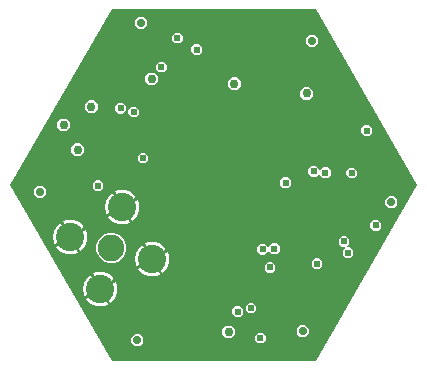
<source format=gbr>
G04 EAGLE Gerber X2 export*
%TF.Part,Single*%
%TF.FileFunction,Copper,L2,Inr,Mixed*%
%TF.FilePolarity,Positive*%
%TF.GenerationSoftware,Autodesk,EAGLE,8.6.3*%
%TF.CreationDate,2018-03-24T11:36:11Z*%
G75*
%MOMM*%
%FSLAX34Y34*%
%LPD*%
%AMOC8*
5,1,8,0,0,1.08239X$1,22.5*%
G01*
%ADD10C,2.400000*%
%ADD11C,2.250000*%
%ADD12C,0.762000*%
%ADD13C,0.609600*%
%ADD14C,0.660400*%
%ADD15C,0.711200*%

G36*
X259023Y778D02*
X259023Y778D01*
X259035Y776D01*
X259132Y798D01*
X259231Y815D01*
X259242Y822D01*
X259254Y825D01*
X259338Y879D01*
X259424Y930D01*
X259432Y939D01*
X259443Y946D01*
X259559Y1093D01*
X345345Y149683D01*
X345350Y149695D01*
X345357Y149705D01*
X345388Y149800D01*
X345421Y149894D01*
X345421Y149907D01*
X345425Y149919D01*
X345420Y150018D01*
X345419Y150118D01*
X345415Y150130D01*
X345414Y150143D01*
X345345Y150317D01*
X262884Y293148D01*
X262883Y293150D01*
X262882Y293153D01*
X259482Y298933D01*
X259475Y298940D01*
X259471Y298949D01*
X259402Y299025D01*
X259336Y299103D01*
X259327Y299108D01*
X259320Y299115D01*
X259228Y299162D01*
X259139Y299211D01*
X259129Y299213D01*
X259120Y299218D01*
X258935Y299245D01*
X87402Y299245D01*
X87389Y299243D01*
X87377Y299245D01*
X87280Y299223D01*
X87181Y299206D01*
X87170Y299199D01*
X87158Y299196D01*
X87074Y299142D01*
X86988Y299091D01*
X86980Y299082D01*
X86969Y299075D01*
X86853Y298928D01*
X1055Y150317D01*
X1050Y150305D01*
X1043Y150295D01*
X1012Y150200D01*
X979Y150106D01*
X979Y150093D01*
X975Y150081D01*
X980Y149982D01*
X981Y149882D01*
X985Y149870D01*
X986Y149857D01*
X1055Y149683D01*
X86841Y1093D01*
X86849Y1083D01*
X86853Y1072D01*
X86921Y998D01*
X86985Y921D01*
X86996Y915D01*
X87005Y906D01*
X87094Y860D01*
X87181Y811D01*
X87193Y809D01*
X87204Y803D01*
X87390Y776D01*
X259010Y776D01*
X259023Y778D01*
G37*
%LPC*%
G36*
X84045Y83885D02*
X84045Y83885D01*
X79350Y85830D01*
X75756Y89424D01*
X73811Y94119D01*
X73811Y99201D01*
X75756Y103896D01*
X79350Y107490D01*
X84045Y109435D01*
X89127Y109435D01*
X93822Y107490D01*
X97416Y103896D01*
X99361Y99201D01*
X99361Y94119D01*
X97416Y89424D01*
X93822Y85830D01*
X89127Y83885D01*
X84045Y83885D01*
G37*
%LPD*%
%LPC*%
G36*
X212962Y91071D02*
X212962Y91071D01*
X210283Y93750D01*
X210283Y97538D01*
X212962Y100217D01*
X216750Y100217D01*
X219233Y97733D01*
X219288Y97696D01*
X219335Y97651D01*
X219379Y97632D01*
X219418Y97605D01*
X219481Y97589D01*
X219542Y97563D01*
X219589Y97561D01*
X219635Y97549D01*
X219700Y97556D01*
X219766Y97553D01*
X219811Y97568D01*
X219858Y97573D01*
X219917Y97602D01*
X219980Y97622D01*
X220024Y97655D01*
X220059Y97672D01*
X220086Y97701D01*
X220130Y97733D01*
X222868Y100471D01*
X226656Y100471D01*
X229335Y97792D01*
X229335Y94004D01*
X226656Y91325D01*
X222868Y91325D01*
X220384Y93809D01*
X220330Y93846D01*
X220283Y93891D01*
X220239Y93910D01*
X220200Y93937D01*
X220137Y93953D01*
X220076Y93979D01*
X220029Y93981D01*
X219983Y93993D01*
X219918Y93986D01*
X219852Y93989D01*
X219807Y93974D01*
X219760Y93969D01*
X219701Y93940D01*
X219638Y93920D01*
X219594Y93887D01*
X219559Y93870D01*
X219532Y93841D01*
X219487Y93809D01*
X216750Y91071D01*
X212962Y91071D01*
G37*
%LPD*%
%LPC*%
G36*
X266048Y155841D02*
X266048Y155841D01*
X263369Y158520D01*
X263369Y158765D01*
X263353Y158853D01*
X263344Y158941D01*
X263334Y158963D01*
X263330Y158986D01*
X263284Y159063D01*
X263245Y159143D01*
X263228Y159159D01*
X263215Y159179D01*
X263146Y159235D01*
X263082Y159296D01*
X263060Y159306D01*
X263041Y159321D01*
X262957Y159349D01*
X262875Y159384D01*
X262851Y159385D01*
X262829Y159393D01*
X262740Y159390D01*
X262651Y159394D01*
X262628Y159387D01*
X262604Y159386D01*
X262522Y159352D01*
X262437Y159325D01*
X262416Y159309D01*
X262397Y159302D01*
X262359Y159268D01*
X262287Y159214D01*
X259930Y156857D01*
X256142Y156857D01*
X253463Y159536D01*
X253463Y163324D01*
X256142Y166003D01*
X259930Y166003D01*
X262609Y163324D01*
X262609Y163079D01*
X262625Y162991D01*
X262634Y162903D01*
X262644Y162881D01*
X262648Y162858D01*
X262694Y162781D01*
X262733Y162701D01*
X262750Y162685D01*
X262763Y162665D01*
X262832Y162609D01*
X262896Y162548D01*
X262918Y162538D01*
X262937Y162523D01*
X263021Y162495D01*
X263103Y162460D01*
X263127Y162459D01*
X263149Y162451D01*
X263238Y162454D01*
X263327Y162450D01*
X263350Y162457D01*
X263374Y162458D01*
X263456Y162492D01*
X263541Y162519D01*
X263562Y162535D01*
X263581Y162542D01*
X263619Y162576D01*
X263691Y162630D01*
X266048Y164987D01*
X269836Y164987D01*
X272515Y162308D01*
X272515Y158520D01*
X269836Y155841D01*
X266048Y155841D01*
G37*
%LPD*%
%LPC*%
G36*
X285098Y88023D02*
X285098Y88023D01*
X282419Y90702D01*
X282419Y94490D01*
X284522Y96593D01*
X284573Y96666D01*
X284629Y96735D01*
X284636Y96757D01*
X284650Y96777D01*
X284672Y96863D01*
X284701Y96947D01*
X284700Y96971D01*
X284706Y96994D01*
X284697Y97083D01*
X284694Y97172D01*
X284685Y97194D01*
X284683Y97217D01*
X284643Y97297D01*
X284610Y97379D01*
X284594Y97397D01*
X284583Y97418D01*
X284518Y97479D01*
X284458Y97545D01*
X284437Y97556D01*
X284420Y97572D01*
X284338Y97607D01*
X284259Y97648D01*
X284232Y97651D01*
X284213Y97660D01*
X284163Y97662D01*
X284073Y97675D01*
X281796Y97675D01*
X279117Y100354D01*
X279117Y104142D01*
X281796Y106821D01*
X285584Y106821D01*
X288263Y104142D01*
X288263Y100354D01*
X286160Y98251D01*
X286109Y98178D01*
X286053Y98109D01*
X286046Y98087D01*
X286032Y98067D01*
X286010Y97981D01*
X285981Y97897D01*
X285982Y97873D01*
X285976Y97850D01*
X285985Y97761D01*
X285988Y97672D01*
X285997Y97650D01*
X285999Y97627D01*
X286039Y97547D01*
X286072Y97465D01*
X286088Y97447D01*
X286099Y97426D01*
X286164Y97365D01*
X286224Y97299D01*
X286245Y97288D01*
X286262Y97272D01*
X286344Y97237D01*
X286423Y97196D01*
X286450Y97193D01*
X286469Y97184D01*
X286519Y97182D01*
X286609Y97169D01*
X288886Y97169D01*
X291565Y94490D01*
X291565Y90702D01*
X288886Y88023D01*
X285098Y88023D01*
G37*
%LPD*%
%LPC*%
G36*
X115135Y100550D02*
X115135Y100550D01*
X115701Y100838D01*
X117878Y101546D01*
X120139Y101904D01*
X122427Y101904D01*
X124688Y101546D01*
X126865Y100838D01*
X128904Y99799D01*
X130756Y98454D01*
X132374Y96836D01*
X133195Y95706D01*
X121748Y89097D01*
X115135Y100550D01*
G37*
%LPD*%
%LPC*%
G36*
X89735Y144544D02*
X89735Y144544D01*
X90301Y144832D01*
X92478Y145540D01*
X94739Y145898D01*
X97027Y145898D01*
X99288Y145540D01*
X101465Y144832D01*
X103504Y143793D01*
X105356Y142448D01*
X106974Y140830D01*
X107795Y139700D01*
X96348Y133091D01*
X89735Y144544D01*
G37*
%LPD*%
%LPC*%
G36*
X45741Y119144D02*
X45741Y119144D01*
X46307Y119432D01*
X48484Y120140D01*
X50745Y120498D01*
X53033Y120498D01*
X55294Y120140D01*
X57471Y119432D01*
X59510Y118393D01*
X61362Y117048D01*
X62980Y115430D01*
X63801Y114300D01*
X52353Y107691D01*
X45741Y119144D01*
G37*
%LPD*%
%LPC*%
G36*
X71141Y75150D02*
X71141Y75150D01*
X71707Y75438D01*
X73884Y76146D01*
X76145Y76504D01*
X78433Y76504D01*
X80694Y76146D01*
X82871Y75438D01*
X84910Y74399D01*
X86762Y73054D01*
X88380Y71436D01*
X89201Y70306D01*
X77753Y63697D01*
X71141Y75150D01*
G37*
%LPD*%
%LPC*%
G36*
X53623Y105492D02*
X53623Y105492D01*
X65076Y112105D01*
X65364Y111539D01*
X66072Y109362D01*
X66430Y107101D01*
X66430Y104813D01*
X66072Y102552D01*
X65364Y100375D01*
X64325Y98336D01*
X62980Y96484D01*
X61362Y94866D01*
X60232Y94045D01*
X53623Y105492D01*
G37*
%LPD*%
%LPC*%
G36*
X97617Y130892D02*
X97617Y130892D01*
X109070Y137505D01*
X109358Y136939D01*
X110066Y134762D01*
X110424Y132501D01*
X110424Y130213D01*
X110066Y127952D01*
X109358Y125775D01*
X108319Y123736D01*
X106974Y121884D01*
X105356Y120266D01*
X104226Y119445D01*
X97617Y130892D01*
G37*
%LPD*%
%LPC*%
G36*
X79023Y61498D02*
X79023Y61498D01*
X90476Y68111D01*
X90764Y67545D01*
X91472Y65368D01*
X91830Y63107D01*
X91830Y60819D01*
X91472Y58558D01*
X90764Y56381D01*
X89725Y54342D01*
X88380Y52490D01*
X86762Y50872D01*
X85632Y50051D01*
X79023Y61498D01*
G37*
%LPD*%
%LPC*%
G36*
X123017Y86898D02*
X123017Y86898D01*
X134470Y93511D01*
X134758Y92945D01*
X135466Y90768D01*
X135824Y88507D01*
X135824Y86219D01*
X135466Y83958D01*
X134758Y81781D01*
X133719Y79742D01*
X132374Y77890D01*
X130756Y76272D01*
X129626Y75451D01*
X123017Y86898D01*
G37*
%LPD*%
%LPC*%
G36*
X82408Y125775D02*
X82408Y125775D01*
X81700Y127952D01*
X81342Y130213D01*
X81342Y132501D01*
X81700Y134762D01*
X82408Y136939D01*
X83447Y138978D01*
X84792Y140830D01*
X86410Y142448D01*
X87540Y143269D01*
X94149Y131822D01*
X82696Y125209D01*
X82408Y125775D01*
G37*
%LPD*%
%LPC*%
G36*
X38414Y100375D02*
X38414Y100375D01*
X37706Y102552D01*
X37348Y104813D01*
X37348Y107101D01*
X37706Y109362D01*
X38414Y111539D01*
X39453Y113578D01*
X40798Y115430D01*
X42416Y117048D01*
X43546Y117869D01*
X50155Y106422D01*
X38702Y99809D01*
X38414Y100375D01*
G37*
%LPD*%
%LPC*%
G36*
X63814Y56381D02*
X63814Y56381D01*
X63106Y58558D01*
X62748Y60819D01*
X62748Y63107D01*
X63106Y65368D01*
X63814Y67545D01*
X64853Y69584D01*
X66198Y71436D01*
X67816Y73054D01*
X68946Y73875D01*
X75555Y62428D01*
X64102Y55815D01*
X63814Y56381D01*
G37*
%LPD*%
%LPC*%
G36*
X107808Y81781D02*
X107808Y81781D01*
X107100Y83958D01*
X106742Y86219D01*
X106742Y88507D01*
X107100Y90768D01*
X107808Y92945D01*
X108847Y94984D01*
X110192Y96836D01*
X111810Y98454D01*
X112940Y99275D01*
X119549Y87828D01*
X108096Y81215D01*
X107808Y81781D01*
G37*
%LPD*%
%LPC*%
G36*
X76145Y47422D02*
X76145Y47422D01*
X73884Y47780D01*
X71707Y48488D01*
X69668Y49527D01*
X67816Y50872D01*
X66198Y52490D01*
X65377Y53620D01*
X76824Y60229D01*
X83437Y48776D01*
X82871Y48488D01*
X80694Y47780D01*
X78433Y47422D01*
X76145Y47422D01*
G37*
%LPD*%
%LPC*%
G36*
X120139Y72822D02*
X120139Y72822D01*
X117878Y73180D01*
X115701Y73888D01*
X113662Y74927D01*
X111810Y76272D01*
X110192Y77890D01*
X109371Y79020D01*
X120818Y85629D01*
X127431Y74176D01*
X126865Y73888D01*
X124688Y73180D01*
X122427Y72822D01*
X120139Y72822D01*
G37*
%LPD*%
%LPC*%
G36*
X50745Y91416D02*
X50745Y91416D01*
X48484Y91774D01*
X46307Y92482D01*
X44268Y93521D01*
X42416Y94866D01*
X40798Y96484D01*
X39977Y97614D01*
X51424Y104223D01*
X58037Y92770D01*
X57471Y92482D01*
X55294Y91774D01*
X53033Y91416D01*
X50745Y91416D01*
G37*
%LPD*%
%LPC*%
G36*
X94739Y116816D02*
X94739Y116816D01*
X92478Y117174D01*
X90301Y117882D01*
X88262Y118921D01*
X86410Y120266D01*
X84792Y121884D01*
X83971Y123014D01*
X95418Y129623D01*
X102031Y118170D01*
X101465Y117882D01*
X99288Y117174D01*
X97027Y116816D01*
X94739Y116816D01*
G37*
%LPD*%
%LPC*%
G36*
X67612Y210959D02*
X67612Y210959D01*
X64487Y214084D01*
X64487Y218504D01*
X67612Y221629D01*
X72032Y221629D01*
X75157Y218504D01*
X75157Y214084D01*
X72032Y210959D01*
X67612Y210959D01*
G37*
%LPD*%
%LPC*%
G36*
X183690Y20205D02*
X183690Y20205D01*
X180565Y23330D01*
X180565Y27750D01*
X183690Y30875D01*
X188110Y30875D01*
X191235Y27750D01*
X191235Y23330D01*
X188110Y20205D01*
X183690Y20205D01*
G37*
%LPD*%
%LPC*%
G36*
X118666Y234327D02*
X118666Y234327D01*
X115541Y237452D01*
X115541Y241872D01*
X118666Y244997D01*
X123086Y244997D01*
X126211Y241872D01*
X126211Y237452D01*
X123086Y234327D01*
X118666Y234327D01*
G37*
%LPD*%
%LPC*%
G36*
X43990Y195465D02*
X43990Y195465D01*
X40865Y198590D01*
X40865Y203010D01*
X43990Y206135D01*
X48410Y206135D01*
X51535Y203010D01*
X51535Y198590D01*
X48410Y195465D01*
X43990Y195465D01*
G37*
%LPD*%
%LPC*%
G36*
X55928Y174637D02*
X55928Y174637D01*
X52803Y177762D01*
X52803Y182182D01*
X55928Y185307D01*
X60348Y185307D01*
X63473Y182182D01*
X63473Y177762D01*
X60348Y174637D01*
X55928Y174637D01*
G37*
%LPD*%
%LPC*%
G36*
X188516Y230517D02*
X188516Y230517D01*
X185391Y233642D01*
X185391Y238062D01*
X188516Y241187D01*
X192936Y241187D01*
X196061Y238062D01*
X196061Y233642D01*
X192936Y230517D01*
X188516Y230517D01*
G37*
%LPD*%
%LPC*%
G36*
X249730Y222135D02*
X249730Y222135D01*
X246605Y225260D01*
X246605Y229680D01*
X249730Y232805D01*
X254150Y232805D01*
X257275Y229680D01*
X257275Y225260D01*
X254150Y222135D01*
X249730Y222135D01*
G37*
%LPD*%
%LPC*%
G36*
X109881Y282333D02*
X109881Y282333D01*
X106905Y285309D01*
X106905Y289519D01*
X109881Y292495D01*
X114091Y292495D01*
X117067Y289519D01*
X117067Y285309D01*
X114091Y282333D01*
X109881Y282333D01*
G37*
%LPD*%
%LPC*%
G36*
X321463Y130441D02*
X321463Y130441D01*
X318487Y133417D01*
X318487Y137627D01*
X321463Y140603D01*
X325673Y140603D01*
X328649Y137627D01*
X328649Y133417D01*
X325673Y130441D01*
X321463Y130441D01*
G37*
%LPD*%
%LPC*%
G36*
X254407Y266839D02*
X254407Y266839D01*
X251431Y269815D01*
X251431Y274025D01*
X254407Y277001D01*
X258617Y277001D01*
X261593Y274025D01*
X261593Y269815D01*
X258617Y266839D01*
X254407Y266839D01*
G37*
%LPD*%
%LPC*%
G36*
X24283Y139077D02*
X24283Y139077D01*
X21307Y142053D01*
X21307Y146263D01*
X24283Y149239D01*
X28493Y149239D01*
X31469Y146263D01*
X31469Y142053D01*
X28493Y139077D01*
X24283Y139077D01*
G37*
%LPD*%
%LPC*%
G36*
X246533Y20967D02*
X246533Y20967D01*
X243557Y23943D01*
X243557Y28153D01*
X246533Y31129D01*
X250743Y31129D01*
X253719Y28153D01*
X253719Y23943D01*
X250743Y20967D01*
X246533Y20967D01*
G37*
%LPD*%
%LPC*%
G36*
X106579Y13601D02*
X106579Y13601D01*
X103603Y16577D01*
X103603Y20787D01*
X106579Y23763D01*
X110789Y23763D01*
X113765Y20787D01*
X113765Y16577D01*
X110789Y13601D01*
X106579Y13601D01*
G37*
%LPD*%
%LPC*%
G36*
X140572Y269887D02*
X140572Y269887D01*
X137893Y272566D01*
X137893Y276354D01*
X140572Y279033D01*
X144360Y279033D01*
X147039Y276354D01*
X147039Y272566D01*
X144360Y269887D01*
X140572Y269887D01*
G37*
%LPD*%
%LPC*%
G36*
X157082Y259981D02*
X157082Y259981D01*
X154403Y262660D01*
X154403Y266448D01*
X157082Y269127D01*
X160870Y269127D01*
X163549Y266448D01*
X163549Y262660D01*
X160870Y259981D01*
X157082Y259981D01*
G37*
%LPD*%
%LPC*%
G36*
X127110Y245249D02*
X127110Y245249D01*
X124431Y247928D01*
X124431Y251716D01*
X127110Y254395D01*
X130898Y254395D01*
X133577Y251716D01*
X133577Y247928D01*
X130898Y245249D01*
X127110Y245249D01*
G37*
%LPD*%
%LPC*%
G36*
X73516Y144919D02*
X73516Y144919D01*
X70837Y147598D01*
X70837Y151386D01*
X73516Y154065D01*
X77304Y154065D01*
X79983Y151386D01*
X79983Y147598D01*
X77304Y144919D01*
X73516Y144919D01*
G37*
%LPD*%
%LPC*%
G36*
X258936Y78879D02*
X258936Y78879D01*
X256257Y81558D01*
X256257Y85346D01*
X258936Y88025D01*
X262724Y88025D01*
X265403Y85346D01*
X265403Y81558D01*
X262724Y78879D01*
X258936Y78879D01*
G37*
%LPD*%
%LPC*%
G36*
X301100Y191401D02*
X301100Y191401D01*
X298421Y194080D01*
X298421Y197868D01*
X301100Y200547D01*
X304888Y200547D01*
X307567Y197868D01*
X307567Y194080D01*
X304888Y191401D01*
X301100Y191401D01*
G37*
%LPD*%
%LPC*%
G36*
X219058Y75577D02*
X219058Y75577D01*
X216379Y78256D01*
X216379Y82044D01*
X219058Y84723D01*
X222846Y84723D01*
X225525Y82044D01*
X225525Y78256D01*
X222846Y75577D01*
X219058Y75577D01*
G37*
%LPD*%
%LPC*%
G36*
X232266Y147459D02*
X232266Y147459D01*
X229587Y150138D01*
X229587Y153926D01*
X232266Y156605D01*
X236054Y156605D01*
X238733Y153926D01*
X238733Y150138D01*
X236054Y147459D01*
X232266Y147459D01*
G37*
%LPD*%
%LPC*%
G36*
X103742Y207149D02*
X103742Y207149D01*
X101063Y209828D01*
X101063Y213616D01*
X103742Y216295D01*
X107530Y216295D01*
X110209Y213616D01*
X110209Y209828D01*
X107530Y207149D01*
X103742Y207149D01*
G37*
%LPD*%
%LPC*%
G36*
X92566Y210451D02*
X92566Y210451D01*
X89887Y213130D01*
X89887Y216918D01*
X92566Y219597D01*
X96354Y219597D01*
X99033Y216918D01*
X99033Y213130D01*
X96354Y210451D01*
X92566Y210451D01*
G37*
%LPD*%
%LPC*%
G36*
X308720Y111137D02*
X308720Y111137D01*
X306041Y113816D01*
X306041Y117604D01*
X308720Y120283D01*
X312508Y120283D01*
X315187Y117604D01*
X315187Y113816D01*
X312508Y111137D01*
X308720Y111137D01*
G37*
%LPD*%
%LPC*%
G36*
X203056Y41287D02*
X203056Y41287D01*
X200377Y43966D01*
X200377Y47754D01*
X203056Y50433D01*
X206844Y50433D01*
X209523Y47754D01*
X209523Y43966D01*
X206844Y41287D01*
X203056Y41287D01*
G37*
%LPD*%
%LPC*%
G36*
X191880Y38239D02*
X191880Y38239D01*
X189201Y40918D01*
X189201Y44706D01*
X191880Y47385D01*
X195668Y47385D01*
X198347Y44706D01*
X198347Y40918D01*
X195668Y38239D01*
X191880Y38239D01*
G37*
%LPD*%
%LPC*%
G36*
X288400Y155587D02*
X288400Y155587D01*
X285721Y158266D01*
X285721Y162054D01*
X288400Y164733D01*
X292188Y164733D01*
X294867Y162054D01*
X294867Y158266D01*
X292188Y155587D01*
X288400Y155587D01*
G37*
%LPD*%
%LPC*%
G36*
X210930Y15887D02*
X210930Y15887D01*
X208251Y18566D01*
X208251Y22354D01*
X210930Y25033D01*
X214718Y25033D01*
X217397Y22354D01*
X217397Y18566D01*
X214718Y15887D01*
X210930Y15887D01*
G37*
%LPD*%
%LPC*%
G36*
X111616Y168287D02*
X111616Y168287D01*
X108937Y170966D01*
X108937Y174754D01*
X111616Y177433D01*
X115404Y177433D01*
X118083Y174754D01*
X118083Y170966D01*
X115404Y168287D01*
X111616Y168287D01*
G37*
%LPD*%
%LPC*%
G36*
X77288Y61963D02*
X77288Y61963D01*
X77289Y61964D01*
X77290Y61963D01*
X77289Y61962D01*
X77288Y61963D01*
G37*
%LPD*%
%LPC*%
G36*
X95882Y131357D02*
X95882Y131357D01*
X95883Y131358D01*
X95884Y131357D01*
X95883Y131356D01*
X95882Y131357D01*
G37*
%LPD*%
%LPC*%
G36*
X121282Y87363D02*
X121282Y87363D01*
X121283Y87364D01*
X121284Y87363D01*
X121283Y87362D01*
X121282Y87363D01*
G37*
%LPD*%
%LPC*%
G36*
X51888Y105957D02*
X51888Y105957D01*
X51889Y105958D01*
X51890Y105957D01*
X51889Y105956D01*
X51888Y105957D01*
G37*
%LPD*%
D10*
X95883Y131357D03*
X51889Y105957D03*
X121283Y87363D03*
X77289Y61963D03*
D11*
X86586Y96660D03*
D12*
X272768Y208674D03*
X156436Y224422D03*
X133068Y224676D03*
X143228Y224676D03*
X179042Y224676D03*
X168882Y224676D03*
X225016Y259982D03*
X198854Y265824D03*
D13*
X173454Y57798D03*
X296898Y177686D03*
X157706Y114186D03*
X172438Y109868D03*
X258290Y125362D03*
X258290Y137808D03*
X246098Y137808D03*
X246098Y125362D03*
X246098Y113170D03*
X258290Y113170D03*
X270482Y113170D03*
X270228Y125108D03*
X270228Y137808D03*
X311122Y133998D03*
X234414Y48654D03*
X220952Y50940D03*
X119606Y157620D03*
D12*
X240510Y205372D03*
D14*
X109446Y266840D03*
D15*
X237716Y18174D03*
D12*
X133068Y195974D03*
D13*
X56868Y149238D03*
X69822Y114694D03*
X80998Y119266D03*
X60424Y88786D03*
X66520Y78118D03*
X95730Y68720D03*
X106906Y74816D03*
X114018Y125616D03*
X127226Y105296D03*
X143228Y101232D03*
X148054Y84722D03*
X22578Y128156D03*
X30452Y114440D03*
X51280Y78626D03*
X71600Y42558D03*
X78712Y29096D03*
X90396Y42304D03*
X111478Y55258D03*
X109192Y35446D03*
X138656Y52718D03*
X127988Y66942D03*
X145006Y36462D03*
X149578Y62624D03*
X67536Y129172D03*
X52296Y128664D03*
X37310Y125616D03*
X125956Y39002D03*
X158976Y27064D03*
X134084Y24524D03*
X121130Y9538D03*
X143990Y9538D03*
X162532Y46114D03*
X23594Y174892D03*
X31722Y188100D03*
X62456Y243726D03*
X124940Y292748D03*
X141196Y292240D03*
X201902Y293764D03*
X224000Y294018D03*
X268704Y265570D03*
X275308Y252616D03*
X260068Y254394D03*
X239240Y267094D03*
X321536Y178448D03*
X322552Y121552D03*
D12*
X120876Y239662D03*
X190726Y235852D03*
D13*
X220952Y80150D03*
X310614Y115710D03*
X267942Y160414D03*
X75410Y149492D03*
D15*
X256512Y271920D03*
X111986Y287414D03*
X26388Y144158D03*
X108684Y18682D03*
X248638Y26048D03*
X323568Y135522D03*
D12*
X46200Y200800D03*
D13*
X105636Y211722D03*
X142466Y274460D03*
X158976Y264554D03*
D12*
X251940Y227470D03*
D13*
X286992Y92596D03*
D12*
X185900Y25540D03*
D13*
X302994Y195974D03*
D12*
X58138Y179972D03*
D13*
X94460Y215024D03*
D12*
X69822Y216294D03*
D13*
X129004Y249822D03*
X290294Y160160D03*
X234160Y152032D03*
X258036Y161430D03*
X283690Y102248D03*
X113510Y172860D03*
X204950Y45860D03*
X193774Y42812D03*
X214856Y95644D03*
X224762Y95898D03*
X260830Y83452D03*
X212824Y20460D03*
M02*

</source>
